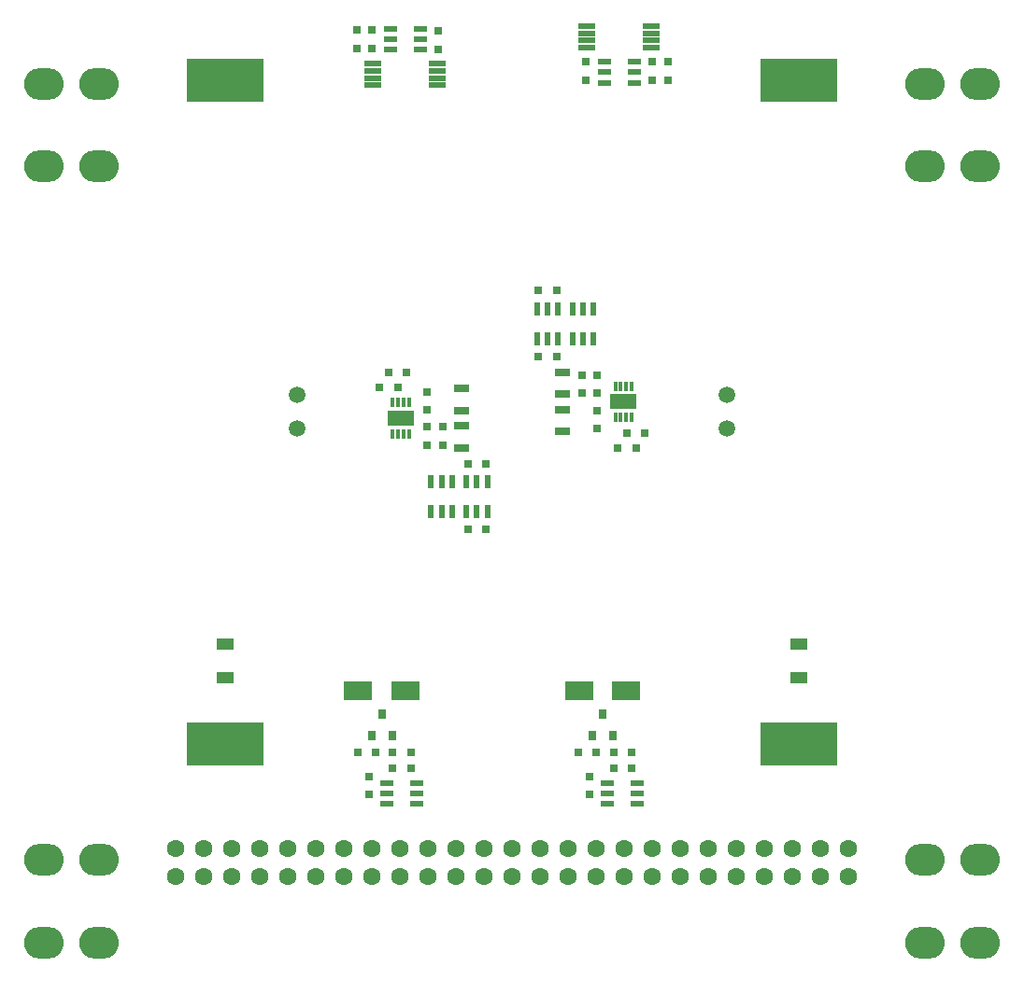
<source format=gbs>
G04*
G04 #@! TF.GenerationSoftware,Altium Limited,Altium Designer,22.1.2 (22)*
G04*
G04 Layer_Color=16711935*
%FSAX44Y44*%
%MOMM*%
G71*
G04*
G04 #@! TF.SameCoordinates,F43461BC-9A11-44EE-9FD3-1ED57B95CCFA*
G04*
G04*
G04 #@! TF.FilePolarity,Negative*
G04*
G01*
G75*
%ADD16R,0.8000X0.8000*%
%ADD17R,0.8000X0.8000*%
%ADD22O,3.6000X2.9000*%
%ADD23C,1.6000*%
%ADD24C,1.5000*%
%ADD28R,1.4000X0.8000*%
%ADD30R,1.2000X0.6000*%
%ADD31R,2.4000X1.3500*%
%ADD33R,0.6000X1.2000*%
%ADD34R,1.6000X1.0000*%
%ADD35R,2.6500X1.7500*%
%ADD36R,0.8000X0.9500*%
%ADD37R,7.0000X4.0000*%
%ADD40R,1.5400X0.4900*%
%ADD41R,0.4200X0.8200*%
D16*
X00597000Y00818250D02*
D03*
Y00801750D02*
D03*
X00611000D02*
D03*
Y00818250D02*
D03*
X00537000Y00801750D02*
D03*
Y00818250D02*
D03*
X00329000Y00847250D02*
D03*
Y00830750D02*
D03*
X00343000Y00830750D02*
D03*
Y00847250D02*
D03*
X00403000Y00846250D02*
D03*
Y00829750D02*
D03*
X00547000Y00485750D02*
D03*
Y00502250D02*
D03*
X00533000Y00534250D02*
D03*
Y00517750D02*
D03*
X00547000Y00534250D02*
D03*
Y00517750D02*
D03*
X00393000Y00519250D02*
D03*
Y00502750D02*
D03*
Y00470750D02*
D03*
Y00487250D02*
D03*
X00407000Y00470750D02*
D03*
Y00487250D02*
D03*
X00340000Y00153750D02*
D03*
Y00170250D02*
D03*
X00540000Y00153750D02*
D03*
Y00170250D02*
D03*
D17*
X00573750Y00482000D02*
D03*
X00590250Y00482000D02*
D03*
X00582250Y00468000D02*
D03*
X00565750Y00468000D02*
D03*
X00510250Y00551000D02*
D03*
X00493750D02*
D03*
X00510250Y00611000D02*
D03*
X00493750D02*
D03*
X00357750Y00537000D02*
D03*
X00374250D02*
D03*
X00366250Y00523000D02*
D03*
X00349750D02*
D03*
X00429750Y00454000D02*
D03*
X00446250D02*
D03*
X00429750Y00394000D02*
D03*
X00446250D02*
D03*
X00346250Y00192000D02*
D03*
X00329750D02*
D03*
X00378250D02*
D03*
X00361750D02*
D03*
X00378250Y00178000D02*
D03*
X00361750D02*
D03*
X00546250Y00192000D02*
D03*
X00529750D02*
D03*
X00578250D02*
D03*
X00561750D02*
D03*
X00578250Y00178000D02*
D03*
X00561750D02*
D03*
D22*
X00894000Y00094500D02*
D03*
Y00019500D02*
D03*
X00844000Y00094500D02*
D03*
Y00019500D02*
D03*
X00894000Y00798500D02*
D03*
Y00723500D02*
D03*
X00844000Y00798500D02*
D03*
Y00723500D02*
D03*
X00046000D02*
D03*
Y00798500D02*
D03*
X00096000Y00723500D02*
D03*
Y00798500D02*
D03*
X00046000Y00094500D02*
D03*
X00096000Y00019500D02*
D03*
Y00094500D02*
D03*
X00046000Y00019500D02*
D03*
D23*
X00266800Y00104700D02*
D03*
Y00079300D02*
D03*
X00292200Y00104700D02*
D03*
Y00079300D02*
D03*
X00317600Y00104700D02*
D03*
Y00079300D02*
D03*
X00343000Y00104700D02*
D03*
Y00079300D02*
D03*
X00368400Y00104700D02*
D03*
Y00079300D02*
D03*
X00393800Y00104700D02*
D03*
Y00079300D02*
D03*
X00419200Y00104700D02*
D03*
Y00079300D02*
D03*
X00444600Y00104700D02*
D03*
Y00079300D02*
D03*
X00470000Y00104700D02*
D03*
Y00079300D02*
D03*
X00495400Y00104700D02*
D03*
Y00079300D02*
D03*
X00520800Y00104700D02*
D03*
Y00079300D02*
D03*
X00546200Y00104700D02*
D03*
Y00079300D02*
D03*
X00571600Y00104700D02*
D03*
Y00079300D02*
D03*
X00597000Y00104700D02*
D03*
Y00079300D02*
D03*
X00622400Y00104700D02*
D03*
Y00079300D02*
D03*
X00647800Y00104700D02*
D03*
Y00079300D02*
D03*
X00673200Y00104700D02*
D03*
Y00079300D02*
D03*
X00698600Y00104700D02*
D03*
Y00079300D02*
D03*
X00724000Y00104700D02*
D03*
Y00079300D02*
D03*
X00749400Y00104700D02*
D03*
Y00079300D02*
D03*
X00774800Y00104700D02*
D03*
Y00079300D02*
D03*
X00216000Y00104700D02*
D03*
X00190600D02*
D03*
X00165200D02*
D03*
X00216000Y00079300D02*
D03*
X00190600D02*
D03*
X00165200D02*
D03*
X00241400Y00104700D02*
D03*
Y00079300D02*
D03*
D24*
X00665000Y00486000D02*
D03*
X00275000Y00516000D02*
D03*
X00665000Y00516000D02*
D03*
X00275000Y00486000D02*
D03*
D28*
X00516000Y00517000D02*
D03*
Y00537000D02*
D03*
X00424000Y00488000D02*
D03*
Y00468000D02*
D03*
X00516000Y00503000D02*
D03*
Y00483000D02*
D03*
X00424000Y00502000D02*
D03*
Y00522000D02*
D03*
D30*
X00580500Y00799500D02*
D03*
Y00809000D02*
D03*
Y00818500D02*
D03*
X00553500D02*
D03*
Y00809000D02*
D03*
Y00799500D02*
D03*
X00359500Y00848500D02*
D03*
Y00839000D02*
D03*
Y00829500D02*
D03*
X00386500D02*
D03*
Y00839000D02*
D03*
Y00848500D02*
D03*
X00383500Y00145500D02*
D03*
X00383500Y00155000D02*
D03*
X00383500Y00164500D02*
D03*
X00356500D02*
D03*
X00356500Y00155000D02*
D03*
X00356500Y00145500D02*
D03*
X00583500D02*
D03*
X00583500Y00155000D02*
D03*
X00583500Y00164500D02*
D03*
X00556500D02*
D03*
X00556500Y00155000D02*
D03*
X00556500Y00145500D02*
D03*
D31*
X00571000Y00510000D02*
D03*
X00369000Y00495000D02*
D03*
D33*
X00511500Y00594500D02*
D03*
X00502000Y00594500D02*
D03*
X00492500Y00594500D02*
D03*
Y00567500D02*
D03*
X00502000Y00567500D02*
D03*
X00511500Y00567500D02*
D03*
X00543500Y00594500D02*
D03*
X00534000Y00594500D02*
D03*
X00524500Y00594500D02*
D03*
Y00567500D02*
D03*
X00534000Y00567500D02*
D03*
X00543500Y00567500D02*
D03*
X00396500Y00410500D02*
D03*
X00406000D02*
D03*
X00415500D02*
D03*
Y00437500D02*
D03*
X00406000D02*
D03*
X00396500Y00437500D02*
D03*
X00428500Y00410500D02*
D03*
X00438000D02*
D03*
X00447500D02*
D03*
Y00437500D02*
D03*
X00438000Y00437500D02*
D03*
X00428500Y00437500D02*
D03*
D34*
X00210000Y00260000D02*
D03*
Y00290000D02*
D03*
X00730000Y00260000D02*
D03*
Y00290000D02*
D03*
D35*
X00330500Y00248000D02*
D03*
X00373500D02*
D03*
X00573500D02*
D03*
X00530500D02*
D03*
D36*
X00561500Y00207000D02*
D03*
X00552000Y00227000D02*
D03*
X00542500Y00207000D02*
D03*
X00342500D02*
D03*
X00352000Y00227000D02*
D03*
X00361500Y00207000D02*
D03*
D37*
X00210000Y00200000D02*
D03*
Y00802000D02*
D03*
X00730000Y00200000D02*
D03*
Y00802000D02*
D03*
D40*
X00538000Y00831250D02*
D03*
X00538000Y00837750D02*
D03*
Y00844250D02*
D03*
Y00850750D02*
D03*
X00596000Y00831250D02*
D03*
Y00837750D02*
D03*
X00596000Y00844250D02*
D03*
X00596000Y00850750D02*
D03*
X00402000Y00816750D02*
D03*
Y00810250D02*
D03*
Y00803750D02*
D03*
Y00797250D02*
D03*
X00344000Y00816750D02*
D03*
Y00810250D02*
D03*
Y00803750D02*
D03*
X00344000Y00797250D02*
D03*
D41*
X00578500Y00524250D02*
D03*
X00573500D02*
D03*
X00568500D02*
D03*
X00563500D02*
D03*
Y00495750D02*
D03*
X00568500D02*
D03*
X00578500D02*
D03*
X00573500D02*
D03*
X00361500Y00480750D02*
D03*
X00366500D02*
D03*
X00371500D02*
D03*
X00376500D02*
D03*
Y00509250D02*
D03*
X00371500D02*
D03*
X00361500D02*
D03*
X00366500D02*
D03*
M02*

</source>
